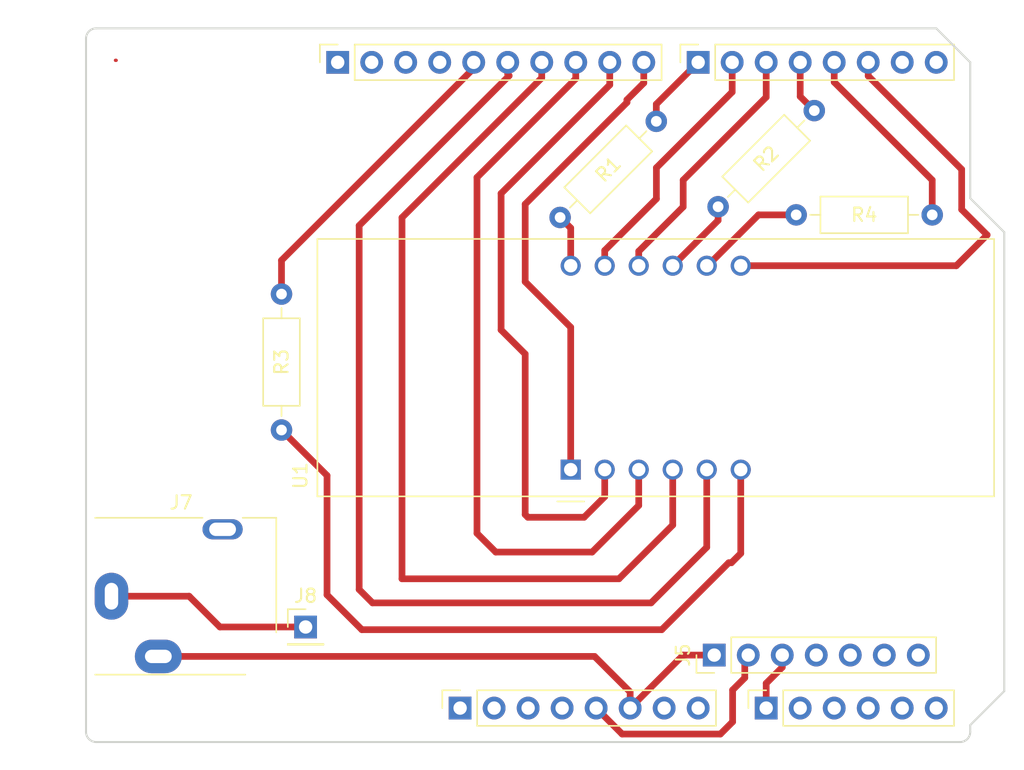
<source format=kicad_pcb>
(kicad_pcb (version 20240108) (generator "pcbnew") (generator_version "8.0")
  (title_block (date "mar. 31 mars 2015"))
  (layers (0 "F.Cu" signal) (31 "B.Cu" signal) (34 "B.Paste" user) (35 "F.Paste" user) (36 "B.SilkS" user "B.Silkscreen") (37 "F.SilkS" user "F.Silkscreen") (38 "B.Mask" user) (39 "F.Mask" user) (44 "Edge.Cuts" user))
  (net 0 "")
  (net 1 "GND")
  (net 3 "+5V")
  (net 4 "/IOREF")
  (net 5 "/A0")
  (net 6 "/A1")
  (net 7 "/A2")
  (net 8 "/A3")
  (net 9 "/SDA{slash}A4")
  (net 10 "/SCL{slash}A5")
  (net 11 "/13")
  (net 12 "/12")
  (net 13 "/AREF")
  (net 14 "/8")
  (net 15 "/7")
  (net 16 "/*11")
  (net 17 "/*10")
  (net 18 "/*9")
  (net 19 "/4")
  (net 20 "/2")
  (net 21 "/*6")
  (net 22 "/*5")
  (net 23 "/TX{slash}1")
  (net 24 "/*3")
  (net 25 "/RX{slash}0")
  (net 26 "+3V3")
  (net 27 "VCC")
  (net 28 "/~{RESET}")
  (net 33 "Net-(U1-CC1)")
  (net 34 "Net-(U1-CC3)")
  (net 35 "Net-(U1-CC2)")
  (net 36 "Net-(U1-CC4)")
  (net 37 "Net-(J8-Pin_1)")
  (footprint "Connector_PinSocket_2.54mm:PinSocket_1x08_P2.54mm_Vertical" (layer "F.Cu") (at 127.94 97.46 90)
    (property "Reference" "J1" (hide yes))
    (property "Value" "Power")
    (fp_line (start 1.33 -1.33) (end 1.33 0) (stroke (width 0.12)) (layer "F.SilkS"))
    (fp_line (start 0 -1.33) (end 1.33 -1.33) (stroke (width 0.12)) (layer "F.SilkS"))
    (fp_line (start 1.33 1.27) (end 1.33 19.11) (stroke (width 0.12)) (layer "F.SilkS"))
    (fp_line (start -1.33 1.27) (end 1.33 1.27) (stroke (width 0.12)) (layer "F.SilkS"))
    (fp_line (start -1.33 1.27) (end -1.33 19.11) (stroke (width 0.12)) (layer "F.SilkS"))
    (fp_line (start -1.33 19.11) (end 1.33 19.11) (stroke (width 0.12)) (layer "F.SilkS"))
    (pad "1" thru_hole rect (at 0 0 90) (size 1.7 1.7) (drill 1) (layers "*.Cu" "*.Mask"))
    (pad "2" thru_hole oval (at 0 2.54 90) (size 1.7 1.7) (drill 1) (layers "*.Cu" "*.Mask") (net 4 "/IOREF"))
    (pad "3" thru_hole oval (at 0 5.08 90) (size 1.7 1.7) (drill 1) (layers "*.Cu" "*.Mask") (net 28 "/~{RESET}"))
    (pad "4" thru_hole oval (at 0 7.62 90) (size 1.7 1.7) (drill 1) (layers "*.Cu" "*.Mask") (net 26 "+3V3"))
    (pad "5" thru_hole oval (at 0 10.16 90) (size 1.7 1.7) (drill 1) (layers "*.Cu" "*.Mask") (net 3 "+5V"))
    (pad "6" thru_hole oval (at 0 12.7 90) (size 1.7 1.7) (drill 1) (layers "*.Cu" "*.Mask") (net 1 "GND"))
    (pad "7" thru_hole oval (at 0 15.24 90) (size 1.7 1.7) (drill 1) (layers "*.Cu" "*.Mask") (net 1 "GND"))
    (pad "8" thru_hole oval (at 0 17.78 90) (size 1.7 1.7) (drill 1) (layers "*.Cu" "*.Mask") (net 27 "VCC"))
  )
  (footprint "Connector_PinSocket_2.54mm:PinSocket_1x06_P2.54mm_Vertical" (layer "F.Cu") (at 150.8 97.46 90)
    (property "Reference" "J3" (hide yes))
    (property "Value" "Analog")
    (fp_line (start 1.33 -1.33) (end 1.33 0) (stroke (width 0.12)) (layer "F.SilkS"))
    (fp_line (start 0 -1.33) (end 1.33 -1.33) (stroke (width 0.12)) (layer "F.SilkS"))
    (fp_line (start 1.33 1.27) (end 1.33 14.03) (stroke (width 0.12)) (layer "F.SilkS"))
    (fp_line (start -1.33 1.27) (end 1.33 1.27) (stroke (width 0.12)) (layer "F.SilkS"))
    (fp_line (start -1.33 1.27) (end -1.33 14.03) (stroke (width 0.12)) (layer "F.SilkS"))
    (fp_line (start -1.33 14.03) (end 1.33 14.03) (stroke (width 0.12)) (layer "F.SilkS"))
    (pad "1" thru_hole rect (at 0 0 90) (size 1.7 1.7) (drill 1) (layers "*.Cu" "*.Mask") (net 5 "/A0"))
    (pad "2" thru_hole oval (at 0 2.54 90) (size 1.7 1.7) (drill 1) (layers "*.Cu" "*.Mask") (net 6 "/A1"))
    (pad "3" thru_hole oval (at 0 5.08 90) (size 1.7 1.7) (drill 1) (layers "*.Cu" "*.Mask") (net 7 "/A2"))
    (pad "4" thru_hole oval (at 0 7.62 90) (size 1.7 1.7) (drill 1) (layers "*.Cu" "*.Mask") (net 8 "/A3"))
    (pad "5" thru_hole oval (at 0 10.16 90) (size 1.7 1.7) (drill 1) (layers "*.Cu" "*.Mask") (net 9 "/SDA{slash}A4"))
    (pad "6" thru_hole oval (at 0 12.7 90) (size 1.7 1.7) (drill 1) (layers "*.Cu" "*.Mask") (net 10 "/SCL{slash}A5"))
  )
  (footprint "Connector_PinSocket_2.54mm:PinSocket_1x10_P2.54mm_Vertical" (layer "F.Cu") (at 118.796 49.2 90)
    (property "Reference" "J2" (hide yes))
    (property "Value" "Digital/PWM")
    (fp_line (start 1.33 -1.33) (end 1.33 0) (stroke (width 0.12)) (layer "F.SilkS"))
    (fp_line (start 0 -1.33) (end 1.33 -1.33) (stroke (width 0.12)) (layer "F.SilkS"))
    (fp_line (start 1.33 1.27) (end 1.33 24.19) (stroke (width 0.12)) (layer "F.SilkS"))
    (fp_line (start -1.33 1.27) (end 1.33 1.27) (stroke (width 0.12)) (layer "F.SilkS"))
    (fp_line (start -1.33 1.27) (end -1.33 24.19) (stroke (width 0.12)) (layer "F.SilkS"))
    (fp_line (start -1.33 24.19) (end 1.33 24.19) (stroke (width 0.12)) (layer "F.SilkS"))
    (pad "1" thru_hole rect (at 0 0 90) (size 1.7 1.7) (drill 1) (layers "*.Cu" "*.Mask") (net 10 "/SCL{slash}A5"))
    (pad "2" thru_hole oval (at 0 2.54 90) (size 1.7 1.7) (drill 1) (layers "*.Cu" "*.Mask") (net 9 "/SDA{slash}A4"))
    (pad "3" thru_hole oval (at 0 5.08 90) (size 1.7 1.7) (drill 1) (layers "*.Cu" "*.Mask") (net 13 "/AREF"))
    (pad "4" thru_hole oval (at 0 7.62 90) (size 1.7 1.7) (drill 1) (layers "*.Cu" "*.Mask") (net 1 "GND"))
    (pad "5" thru_hole oval (at 0 10.16 90) (size 1.7 1.7) (drill 1) (layers "*.Cu" "*.Mask") (net 11 "/13"))
    (pad "6" thru_hole oval (at 0 12.7 90) (size 1.7 1.7) (drill 1) (layers "*.Cu" "*.Mask") (net 12 "/12"))
    (pad "7" thru_hole oval (at 0 15.24 90) (size 1.7 1.7) (drill 1) (layers "*.Cu" "*.Mask") (net 16 "/*11"))
    (pad "8" thru_hole oval (at 0 17.78 90) (size 1.7 1.7) (drill 1) (layers "*.Cu" "*.Mask") (net 17 "/*10"))
    (pad "9" thru_hole oval (at 0 20.32 90) (size 1.7 1.7) (drill 1) (layers "*.Cu" "*.Mask") (net 18 "/*9"))
    (pad "10" thru_hole oval (at 0 22.86 90) (size 1.7 1.7) (drill 1) (layers "*.Cu" "*.Mask") (net 14 "/8"))
  )
  (footprint "Connector_PinSocket_2.54mm:PinSocket_1x08_P2.54mm_Vertical" (layer "F.Cu") (at 145.72 49.2 90)
    (property "Reference" "J4" (hide yes))
    (property "Value" "Digital/PWM")
    (fp_line (start 1.33 -1.33) (end 1.33 0) (stroke (width 0.12)) (layer "F.SilkS"))
    (fp_line (start 0 -1.33) (end 1.33 -1.33) (stroke (width 0.12)) (layer "F.SilkS"))
    (fp_line (start 1.33 1.27) (end 1.33 19.11) (stroke (width 0.12)) (layer "F.SilkS"))
    (fp_line (start -1.33 1.27) (end 1.33 1.27) (stroke (width 0.12)) (layer "F.SilkS"))
    (fp_line (start -1.33 1.27) (end -1.33 19.11) (stroke (width 0.12)) (layer "F.SilkS"))
    (fp_line (start -1.33 19.11) (end 1.33 19.11) (stroke (width 0.12)) (layer "F.SilkS"))
    (pad "1" thru_hole rect (at 0 0 90) (size 1.7 1.7) (drill 1) (layers "*.Cu" "*.Mask") (net 15 "/7"))
    (pad "2" thru_hole oval (at 0 2.54 90) (size 1.7 1.7) (drill 1) (layers "*.Cu" "*.Mask") (net 21 "/*6"))
    (pad "3" thru_hole oval (at 0 5.08 90) (size 1.7 1.7) (drill 1) (layers "*.Cu" "*.Mask") (net 22 "/*5"))
    (pad "4" thru_hole oval (at 0 7.62 90) (size 1.7 1.7) (drill 1) (layers "*.Cu" "*.Mask") (net 19 "/4"))
    (pad "5" thru_hole oval (at 0 10.16 90) (size 1.7 1.7) (drill 1) (layers "*.Cu" "*.Mask") (net 24 "/*3"))
    (pad "6" thru_hole oval (at 0 12.7 90) (size 1.7 1.7) (drill 1) (layers "*.Cu" "*.Mask") (net 20 "/2"))
    (pad "7" thru_hole oval (at 0 15.24 90) (size 1.7 1.7) (drill 1) (layers "*.Cu" "*.Mask") (net 23 "/TX{slash}1"))
    (pad "8" thru_hole oval (at 0 17.78 90) (size 1.7 1.7) (drill 1) (layers "*.Cu" "*.Mask") (net 25 "/RX{slash}0"))
  )
  (footprint "Resistor_THT:R_Axial_DIN0207_L6.3mm_D2.5mm_P10.16mm_Horizontal" (layer "F.Cu") (at 135.407898 60.792103 45)
    (property "Reference" "R1" (at 5.079999 0 45) (layer "F.SilkS"))
    (property "Value" "R 330")
    (fp_line (start 1.81 -1.37) (end 1.81 1.37) (stroke (width 0.12)) (layer "F.SilkS"))
    (fp_line (start 1.04 0) (end 1.81 0) (stroke (width 0.12)) (layer "F.SilkS"))
    (fp_line (start 1.81 1.37) (end 8.35 1.37) (stroke (width 0.12)) (layer "F.SilkS"))
    (fp_line (start 8.35 -1.37) (end 1.81 -1.37) (stroke (width 0.12)) (layer "F.SilkS"))
    (fp_line (start 9.12 0) (end 8.350001 0) (stroke (width 0.12)) (layer "F.SilkS"))
    (fp_line (start 8.35 1.37) (end 8.35 -1.37) (stroke (width 0.12)) (layer "F.SilkS"))
    (pad "1" thru_hole circle (at 0 0 45) (size 1.6 1.6) (drill 0.8) (layers "*.Cu" "*.Mask") (net 33 "Net-(U1-CC1)"))
    (pad "2" thru_hole oval (at 10.16 0 45) (size 1.6 1.6) (drill 0.8) (layers "*.Cu" "*.Mask") (net 15 "/7"))
  )
  (footprint "Connector_Audio:Jack_3.5mm_CUI_SJ1-3513N_Horizontal" (layer "F.Cu") (at 101.9 89.1)
    (property "Reference" "J7" (at 5.2 -7 0) (layer "F.SilkS"))
    (property "Value" "AudioJack3")
    (fp_line (start 6.8 -5.86) (end -1.2192 -5.86) (stroke (width 0.12)) (layer "F.SilkS"))
    (fp_line (start 10 5.86) (end -1.2192 5.86) (stroke (width 0.12)) (layer "F.SilkS"))
    (fp_line (start 12.31 -5.86) (end 9.8 -5.86) (stroke (width 0.12)) (layer "F.SilkS"))
    (fp_line (start 12.31 -5.86) (end 12.31 2.7) (stroke (width 0.12)) (layer "F.SilkS"))
    (pad "R" thru_hole oval (at 8.3 -5) (size 3 1.5) (drill oval 2 1) (layers "*.Cu" "*.Mask"))
    (pad "S" thru_hole oval (at 0 0 270) (size 3.5 2.5) (drill oval 2 1) (layers "*.Cu" "*.Mask") (net 37 "Net-(J8-Pin_1)"))
    (pad "T" thru_hole oval (at 3.5 4.5) (size 3.5 2.5) (drill oval 2 1) (layers "*.Cu" "*.Mask") (net 1 "GND"))
  )
  (footprint "Display_7Segment:CA56-12SEKWA" (layer "F.Cu") (at 136.2 79.64 90)
    (property "Reference" "U1" (at -0.45 -20.19 90) (layer "F.SilkS"))
    (property "Value" "CC56-12SEKWA")
    (fp_line (start -2 -18.92) (end 17.24 -18.92) (stroke (width 0.12)) (layer "F.SilkS"))
    (fp_line (start -2 -18.92) (end -2 31.62) (stroke (width 0.12)) (layer "F.SilkS"))
    (fp_line (start -2.38 -1) (end -2.38 1) (stroke (width 0.12)) (layer "F.SilkS"))
    (fp_line (start 17.24 31.62) (end 17.24 -18.92) (stroke (width 0.12)) (layer "F.SilkS"))
    (fp_line (start -2 31.62) (end 17.24 31.62) (stroke (width 0.12)) (layer "F.SilkS"))
    (pad "1" thru_hole rect (at 0 0 90) (size 1.5 1.5) (drill 1) (layers "*.Cu" "*.Mask") (net 14 "/8"))
    (pad "2" thru_hole circle (at 0 2.54 90) (size 1.5 1.5) (drill 1) (layers "*.Cu" "*.Mask") (net 18 "/*9"))
    (pad "3" thru_hole circle (at 0 5.08 90) (size 1.5 1.5) (drill 1) (layers "*.Cu" "*.Mask") (net 17 "/*10"))
    (pad "4" thru_hole circle (at 0 7.62 90) (size 1.5 1.5) (drill 1) (layers "*.Cu" "*.Mask") (net 16 "/*11"))
    (pad "5" thru_hole circle (at 0 10.16 90) (size 1.5 1.5) (drill 1) (layers "*.Cu" "*.Mask") (net 12 "/12"))
    (pad "6" thru_hole circle (at 0 12.7 90) (size 1.5 1.5) (drill 1) (layers "*.Cu" "*.Mask") (net 36 "Net-(U1-CC4)"))
    (pad "7" thru_hole circle (at 15.24 12.7 90) (size 1.5 1.5) (drill 1) (layers "*.Cu" "*.Mask") (net 20 "/2"))
    (pad "8" thru_hole circle (at 15.24 10.16 90) (size 1.5 1.5) (drill 1) (layers "*.Cu" "*.Mask") (net 34 "Net-(U1-CC3)"))
    (pad "9" thru_hole circle (at 15.24 7.62 90) (size 1.5 1.5) (drill 1) (layers "*.Cu" "*.Mask") (net 35 "Net-(U1-CC2)"))
    (pad "10" thru_hole circle (at 15.24 5.08 90) (size 1.5 1.5) (drill 1) (layers "*.Cu" "*.Mask") (net 22 "/*5"))
    (pad "11" thru_hole circle (at 15.24 2.54 90) (size 1.5 1.5) (drill 1) (layers "*.Cu" "*.Mask") (net 21 "/*6"))
    (pad "12" thru_hole circle (at 15.24 0 90) (size 1.5 1.5) (drill 1) (layers "*.Cu" "*.Mask") (net 33 "Net-(U1-CC1)"))
  )
  (footprint "Connector_PinHeader_2.54mm:PinHeader_1x01_P2.54mm_Vertical" (layer "F.Cu") (at 116.4 91.4)
    (property "Reference" "J8" (at 0 -2.33 0) (layer "F.SilkS"))
    (property "Value" "Conn_01x01_Pin")
    (fp_line (start -1.33 -1.33) (end 0 -1.33) (stroke (width 0.12)) (layer "F.SilkS"))
    (fp_line (start -1.33 0) (end -1.33 -1.33) (stroke (width 0.12)) (layer "F.SilkS"))
    (fp_line (start -1.33 1.27) (end -1.33 1.33) (stroke (width 0.12)) (layer "F.SilkS"))
    (fp_line (start -1.33 1.27) (end 1.33 1.27) (stroke (width 0.12)) (layer "F.SilkS"))
    (fp_line (start -1.33 1.33) (end 1.33 1.33) (stroke (width 0.12)) (layer "F.SilkS"))
    (fp_line (start 1.33 1.27) (end 1.33 1.33) (stroke (width 0.12)) (layer "F.SilkS"))
    (pad "1" thru_hole rect (at 0 0) (size 1.7 1.7) (drill 1) (layers "*.Cu" "*.Mask") (net 37 "Net-(J8-Pin_1)"))
  )
  (footprint "Arduino_MountingHole:MountingHole_3.2mm" (layer "F.Cu") (at 115.24 49.2)
    (property "Reference" "MH1" (hide yes))
    (property "Value" "MountingHole_3.2mm" (hide yes))
    (pad "" np_thru_hole circle (at 0 0) (size 3.2 3.2) (drill 3.2) (layers "*.Cu" "*.Mask"))
  )
  (footprint "Resistor_THT:R_Axial_DIN0207_L6.3mm_D2.5mm_P10.16mm_Horizontal" (layer "F.Cu") (at 153.04 60.6)
    (property "Reference" "R4" (at 5.08 0 0) (layer "F.SilkS"))
    (property "Value" "R 330")
    (fp_line (start 1.04 0) (end 1.81 0) (stroke (width 0.12)) (layer "F.SilkS"))
    (fp_line (start 1.81 -1.37) (end 1.81 1.37) (stroke (width 0.12)) (layer "F.SilkS"))
    (fp_line (start 1.81 1.37) (end 8.35 1.37) (stroke (width 0.12)) (layer "F.SilkS"))
    (fp_line (start 8.35 -1.37) (end 1.81 -1.37) (stroke (width 0.12)) (layer "F.SilkS"))
    (fp_line (start 8.35 1.37) (end 8.35 -1.37) (stroke (width 0.12)) (layer "F.SilkS"))
    (fp_line (start 9.12 0) (end 8.35 0) (stroke (width 0.12)) (layer "F.SilkS"))
    (pad "1" thru_hole circle (at 0 0) (size 1.6 1.6) (drill 0.8) (layers "*.Cu" "*.Mask") (net 34 "Net-(U1-CC3)"))
    (pad "2" thru_hole oval (at 10.16 0) (size 1.6 1.6) (drill 0.8) (layers "*.Cu" "*.Mask") (net 24 "/*3"))
  )
  (footprint "Arduino_MountingHole:MountingHole_3.2mm" (layer "F.Cu") (at 113.97 97.46)
    (property "Reference" "MH2" (hide yes))
    (property "Value" "MountingHole_3.2mm" (hide yes))
    (pad "" np_thru_hole circle (at 0 0) (size 3.2 3.2) (drill 3.2) (layers "*.Cu" "*.Mask"))
  )
  (footprint "Resistor_THT:R_Axial_DIN0207_L6.3mm_D2.5mm_P10.16mm_Horizontal" (layer "F.Cu") (at 147.207898 59.992103 45)
    (property "Reference" "R2" (at 5.079999 0 45) (layer "F.SilkS"))
    (property "Value" "R 330")
    (fp_line (start 1.81 -1.37) (end 1.81 1.37) (stroke (width 0.12)) (layer "F.SilkS"))
    (fp_line (start 1.04 0) (end 1.81 0) (stroke (width 0.12)) (layer "F.SilkS"))
    (fp_line (start 1.81 1.37) (end 8.35 1.37) (stroke (width 0.12)) (layer "F.SilkS"))
    (fp_line (start 8.35 -1.37) (end 1.81 -1.37) (stroke (width 0.12)) (layer "F.SilkS"))
    (fp_line (start 9.12 0) (end 8.350001 0) (stroke (width 0.12)) (layer "F.SilkS"))
    (fp_line (start 8.35 1.37) (end 8.35 -1.37) (stroke (width 0.12)) (layer "F.SilkS"))
    (pad "1" thru_hole circle (at 0 0 45) (size 1.6 1.6) (drill 0.8) (layers "*.Cu" "*.Mask") (net 35 "Net-(U1-CC2)"))
    (pad "2" thru_hole oval (at 10.16 0 45) (size 1.6 1.6) (drill 0.8) (layers "*.Cu" "*.Mask") (net 19 "/4"))
  )
  (footprint "Resistor_THT:R_Axial_DIN0207_L6.3mm_D2.5mm_P10.16mm_Horizontal" (layer "F.Cu") (at 114.6 76.68 90)
    (property "Reference" "R3" (at 5.08 0 90) (layer "F.SilkS"))
    (property "Value" "R 330")
    (fp_line (start 8.35 -1.37) (end 1.81 -1.37) (stroke (width 0.12)) (layer "F.SilkS"))
    (fp_line (start 1.81 -1.37) (end 1.81 1.37) (stroke (width 0.12)) (layer "F.SilkS"))
    (fp_line (start 9.12 0) (end 8.35 0) (stroke (width 0.12)) (layer "F.SilkS"))
    (fp_line (start 1.04 0) (end 1.81 0) (stroke (width 0.12)) (layer "F.SilkS"))
    (fp_line (start 8.35 1.37) (end 8.35 -1.37) (stroke (width 0.12)) (layer "F.SilkS"))
    (fp_line (start 1.81 1.37) (end 8.35 1.37) (stroke (width 0.12)) (layer "F.SilkS"))
    (pad "1" thru_hole circle (at 0 0 90) (size 1.6 1.6) (drill 0.8) (layers "*.Cu" "*.Mask") (net 36 "Net-(U1-CC4)"))
    (pad "2" thru_hole oval (at 10.16 0 90) (size 1.6 1.6) (drill 0.8) (layers "*.Cu" "*.Mask") (net 11 "/13"))
  )
  (footprint "Connector_PinHeader_2.54mm:PinHeader_1x07_P2.54mm_Vertical" (layer "F.Cu") (at 146.92 93.5 90)
    (property "Reference" "J5" (at 0 -2.33 90) (layer "F.SilkS"))
    (property "Value" "Conn_01x07_Pin")
    (fp_line (start -1.33 -1.33) (end 0 -1.33) (stroke (width 0.12)) (layer "F.SilkS"))
    (fp_line (start -1.33 0) (end -1.33 -1.33) (stroke (width 0.12)) (layer "F.SilkS"))
    (fp_line (start 1.33 1.27) (end 1.33 16.57) (stroke (width 0.12)) (layer "F.SilkS"))
    (fp_line (start -1.33 1.27) (end 1.33 1.27) (stroke (width 0.12)) (layer "F.SilkS"))
    (fp_line (start -1.33 1.27) (end -1.33 16.57) (stroke (width 0.12)) (layer "F.SilkS"))
    (fp_line (start -1.33 16.57) (end 1.33 16.57) (stroke (width 0.12)) (layer "F.SilkS"))
    (pad "1" thru_hole rect (at 0 0 90) (size 1.7 1.7) (drill 1) (layers "*.Cu" "*.Mask") (net 1 "GND"))
    (pad "2" thru_hole oval (at 0 2.54 90) (size 1.7 1.7) (drill 1) (layers "*.Cu" "*.Mask") (net 3 "+5V"))
    (pad "3" thru_hole oval (at 0 5.08 90) (size 1.7 1.7) (drill 1) (layers "*.Cu" "*.Mask") (net 5 "/A0"))
    (pad "4" thru_hole oval (at 0 7.62 90) (size 1.7 1.7) (drill 1) (layers "*.Cu" "*.Mask"))
    (pad "5" thru_hole oval (at 0 10.16 90) (size 1.7 1.7) (drill 1) (layers "*.Cu" "*.Mask"))
    (pad "6" thru_hole oval (at 0 12.7 90) (size 1.7 1.7) (drill 1) (layers "*.Cu" "*.Mask"))
    (pad "7" thru_hole oval (at 0 15.24 90) (size 1.7 1.7) (drill 1) (layers "*.Cu" "*.Mask"))
  )
  (gr_line (start 166.04 59.36) (end 168.58 61.9) (stroke (width 0.15)) (layer "Edge.Cuts"))
  (gr_line (start 100 99.238) (end 100 47.422) (stroke (width 0.15)) (layer "Edge.Cuts"))
  (gr_line (start 168.58 61.9) (end 168.58 96.19) (stroke (width 0.15)) (layer "Edge.Cuts"))
  (gr_line (start 165.278 100) (end 100.762 100) (stroke (width 0.15)) (layer "Edge.Cuts"))
  (gr_line (start 100.762 46.66) (end 163.5 46.66) (stroke (width 0.15)) (layer "Edge.Cuts"))
  (gr_arc (start 100.762 100) (mid 100.223185 99.776815) (end 100 99.238) (stroke (width 0.15)) (layer "Edge.Cuts"))
  (gr_line (start 168.58 96.19) (end 166.04 98.73) (stroke (width 0.15)) (layer "Edge.Cuts"))
  (gr_line (start 163.5 46.66) (end 166.04 49.2) (stroke (width 0.15)) (layer "Edge.Cuts"))
  (gr_arc (start 166.04 99.238) (mid 165.816815 99.776815) (end 165.278 100) (stroke (width 0.15)) (layer "Edge.Cuts"))
  (gr_line (start 166.04 49.2) (end 166.04 59.36) (stroke (width 0.15)) (layer "Edge.Cuts"))
  (gr_line (start 166.04 98.73) (end 166.04 99.238) (stroke (width 0.15)) (layer "Edge.Cuts"))
  (gr_arc (start 100 47.422) (mid 100.223185 46.883185) (end 100.762 46.66) (stroke (width 0.15)) (layer "Edge.Cuts"))
  (segment (start 146.92 93.5) (end 147 93.5) (width 0.25) (layer "F.Cu") (net 1))
  (segment (start 140.64 96.257919) (end 140.64 97.46) (width 0.5) (layer "F.Cu") (net 1))
  (segment (start 147 93.5) (end 147 93.64) (width 0.25) (layer "F.Cu") (net 1))
  (segment (start 137.982081 93.6) (end 140.64 96.257919) (width 0.5) (layer "F.Cu") (net 1))
  (segment (start 105.4 93.6) (end 137.982081 93.6) (width 0.5) (layer "F.Cu") (net 1))
  (segment (start 144.6 93.5) (end 140.64 97.46) (width 0.5) (layer "F.Cu") (net 1))
  (segment (start 146.92 93.5) (end 144.6 93.5) (width 0.5) (layer "F.Cu") (net 1))
  (segment (start 149.2 95.2) (end 149.2 93.76) (width 0.5) (layer "F.Cu") (net 3))
  (segment (start 147.379874 99.4) (end 148.291469 98.488405) (width 0.5) (layer "F.Cu") (net 3))
  (segment (start 138.1 97.46) (end 138.04 97.46) (width 0.25) (layer "F.Cu") (net 3))
  (segment (start 148.291469 96.108531) (end 149.2 95.2) (width 0.5) (layer "F.Cu") (net 3))
  (segment (start 138.04 97.46) (end 138 97.5) (width 0.25) (layer "F.Cu") (net 3))
  (segment (start 140.04 99.4) (end 147.379874 99.4) (width 0.5) (layer "F.Cu") (net 3))
  (segment (start 148.291469 98.488405) (end 148.291469 96.108531) (width 0.5) (layer "F.Cu") (net 3))
  (segment (start 138.1 97.46) (end 140.04 99.4) (width 0.5) (layer "F.Cu") (net 3))
  (segment (start 149.2 93.76) (end 149.46 93.5) (width 0.5) (layer "F.Cu") (net 3))
  (segment (start 150.8 97.46) (end 150.8 95.61) (width 0.5) (layer "F.Cu") (net 5))
  (segment (start 150.8 95.61) (end 152 94.41) (width 0.5) (layer "F.Cu") (net 5))
  (segment (start 152 94.41) (end 152 93.5) (width 0.5) (layer "F.Cu") (net 5))
  (segment (start 128.956 49.644) (end 128.956 49.2) (width 0.5) (layer "F.Cu") (net 11))
  (segment (start 114.6 66.52) (end 114.6 64) (width 0.5) (layer "F.Cu") (net 11))
  (segment (start 114.6 64) (end 128.956 49.644) (width 0.5) (layer "F.Cu") (net 11))
  (segment (start 131.496 50.096) (end 131.496 49.2) (width 0.5) (layer "F.Cu") (net 12))
  (segment (start 120.4 61.4) (end 131.6 50.2) (width 0.5) (layer "F.Cu") (net 12))
  (segment (start 142.2 89.6) (end 121.4 89.6) (width 0.5) (layer "F.Cu") (net 12))
  (segment (start 146.36 85.44) (end 142.2 89.6) (width 0.5) (layer "F.Cu") (net 12))
  (segment (start 146.36 79.64) (end 146.36 85.44) (width 0.5) (layer "F.Cu") (net 12))
  (segment (start 131.6 50.2) (end 131.496 50.096) (width 0.5) (layer "F.Cu") (net 12))
  (segment (start 121.4 89.6) (end 120.4 88.6) (width 0.5) (layer "F.Cu") (net 12))
  (segment (start 120.4 88.6) (end 120.4 61.4) (width 0.5) (layer "F.Cu") (net 12))
  (segment (start 132.8 59.8) (end 140.4 52.2) (width 0.5) (layer "F.Cu") (net 14))
  (segment (start 141.656 50.744) (end 141.656 49.2) (width 0.5) (layer "F.Cu") (net 14))
  (segment (start 140.4 52.2) (end 140.4 52) (width 0.5) (layer "F.Cu") (net 14))
  (segment (start 132.8 65.6) (end 132.8 59.8) (width 0.5) (layer "F.Cu") (net 14))
  (segment (start 140.4 52) (end 141.656 50.744) (width 0.5) (layer "F.Cu") (net 14))
  (segment (start 136.04 79.64) (end 136.2 79.64) (width 1) (layer "F.Cu") (net 14))
  (segment (start 136.2 69) (end 132.8 65.6) (width 0.5) (layer "F.Cu") (net 14))
  (segment (start 136.04 79.64) (end 136 79.6) (width 1) (layer "F.Cu") (net 14))
  (segment (start 136.2 79.64) (end 136.2 69) (width 0.5) (layer "F.Cu") (net 14))
  (segment (start 142.592103 53.607898) (end 142.592103 52.327897) (width 0.5) (layer "F.Cu") (net 15))
  (segment (start 142.592103 52.327897) (end 145.72 49.2) (width 0.5) (layer "F.Cu") (net 15))
  (segment (start 143.82 83.78) (end 139.8 87.8) (width 0.5) (layer "F.Cu") (net 16))
  (segment (start 143.82 79.64) (end 143.82 83.78) (width 0.5) (layer "F.Cu") (net 16))
  (segment (start 139.8 87.8) (end 123.6 87.8) (width 0.5) (layer "F.Cu") (net 16))
  (segment (start 123.6 60.8) (end 134.036 50.364) (width 0.5) (layer "F.Cu") (net 16))
  (segment (start 134.036 50.364) (end 134.036 49.2) (width 0.5) (layer "F.Cu") (net 16))
  (segment (start 123.6 87.8) (end 123.6 60.8) (width 0.5) (layer "F.Cu") (net 16))
  (segment (start 136.576 50.424) (end 136.576 49.2) (width 0.5) (layer "F.Cu") (net 17))
  (segment (start 141.28 79.64) (end 141.28 82.32) (width 0.5) (layer "F.Cu") (net 17))
  (segment (start 141.28 82.32) (end 137.8 85.8) (width 0.5) (layer "F.Cu") (net 17))
  (segment (start 130.6 85.8) (end 129.2 84.4) (width 0.5) (layer "F.Cu") (net 17))
  (segment (start 129.2 84.4) (end 129.2 57.8) (width 0.5) (layer "F.Cu") (net 17))
  (segment (start 129.2 57.8) (end 136.576 50.424) (width 0.5) (layer "F.Cu") (net 17))
  (segment (start 137.8 85.8) (end 130.6 85.8) (width 0.5) (layer "F.Cu") (net 17))
  (segment (start 131 59) (end 139.116 50.884) (width 0.5) (layer "F.Cu") (net 18))
  (segment (start 138.74 79.64) (end 138.74 81.66) (width 0.5) (layer "F.Cu") (net 18))
  (segment (start 133 83.2) (end 132.8 83) (width 0.5) (layer "F.Cu") (net 18))
  (segment (start 137.2 83.2) (end 133 83.2) (width 0.5) (layer "F.Cu") (net 18))
  (segment (start 132.8 71) (end 131 69.2) (width 0.5) (layer "F.Cu") (net 18))
  (segment (start 139.116 50.884) (end 139.116 49.2) (width 0.5) (layer "F.Cu") (net 18))
  (segment (start 138.74 81.66) (end 137.2 83.2) (width 0.5) (layer "F.Cu") (net 18))
  (segment (start 132.8 83) (end 132.8 71) (width 0.5) (layer "F.Cu") (net 18))
  (segment (start 131 69.2) (end 131 59) (width 0.5) (layer "F.Cu") (net 18))
  (segment (start 154.392103 52.807898) (end 153.34 51.755795) (width 0.5) (layer "F.Cu") (net 19))
  (segment (start 153.34 51.755795) (end 153.34 49.2) (width 0.5) (layer "F.Cu") (net 19))
  (segment (start 148.9 64.4) (end 165 64.4) (width 0.5) (layer "F.Cu") (net 20))
  (segment (start 165.4 60.2) (end 165.4 57.2) (width 0.5) (layer "F.Cu") (net 20))
  (segment (start 165 64.4) (end 167.3 62.1) (width 0.5) (layer "F.Cu") (net 20))
  (segment (start 165.4 57.2) (end 158.42 50.22) (width 0.5) (layer "F.Cu") (net 20))
  (segment (start 158.42 50.22) (end 158.42 49.2) (width 0.5) (layer "F.Cu") (net 20))
  (segment (start 167.3 62.1) (end 165.4 60.2) (width 0.5) (layer "F.Cu") (net 20))
  (segment (start 142.6 57.07868) (end 148.26 51.41868) (width 0.5) (layer "F.Cu") (net 21))
  (segment (start 138.74 63.26) (end 142.6 59.4) (width 0.5) (layer "F.Cu") (net 21))
  (segment (start 142.6 59.4) (end 142.6 57.07868) (width 0.5) (layer "F.Cu") (net 21))
  (segment (start 138.74 64.4) (end 138.74 63.26) (width 0.5) (layer "F.Cu") (net 21))
  (segment (start 148.26 51.41868) (end 148.26 49.2) (width 0.5) (layer "F.Cu") (net 21))
  (segment (start 150.8 51.8) (end 150.8 49.2) (width 0.5) (layer "F.Cu") (net 22))
  (segment (start 144.6 60) (end 144.6 58) (width 0.5) (layer "F.Cu") (net 22))
  (segment (start 141.28 64.4) (end 141.28 63.32) (width 0.5) (layer "F.Cu") (net 22))
  (segment (start 141.28 63.32) (end 144.6 60) (width 0.5) (layer "F.Cu") (net 22))
  (segment (start 141.28 64.4) (end 141.4 64.4) (width 1) (layer "F.Cu") (net 22))
  (segment (start 144.6 58) (end 150.8 51.8) (width 0.5) (layer "F.Cu") (net 22))
  (segment (start 155.88 50.68) (end 155.88 49.2) (width 0.5) (layer "F.Cu") (net 24))
  (segment (start 163.2 60.6) (end 163.2 58) (width 0.5) (layer "F.Cu") (net 24))
  (segment (start 163.2 58) (end 155.88 50.68) (width 0.5) (layer "F.Cu") (net 24))
  (segment (start 145.54 97.46) (end 145.5 97.5) (width 0.25) (layer "F.Cu") (net 27))
  (segment (start 145.72 97.46) (end 145.54 97.46) (width 0.25) (layer "F.Cu") (net 27))
  (segment (start 136.2 64.4) (end 136.2 61.584205) (width 0.5) (layer "F.Cu") (net 33))
  (segment (start 102.2 49.05) (end 102.25 49.05) (width 0.25) (layer "F.Cu") (net 33))
  (segment (start 136.2 61.584205) (end 135.407898 60.792103) (width 0.5) (layer "F.Cu") (net 33))
  (segment (start 146.36 64.4) (end 146.36 64.56) (width 0.5) (layer "F.Cu") (net 34))
  (segment (start 150.225126 60.6) (end 153.04 60.6) (width 0.5) (layer "F.Cu") (net 34))
  (segment (start 146.4 64.425126) (end 150.225126 60.6) (width 0.5) (layer "F.Cu") (net 34))
  (segment (start 146.36 64.56) (end 146.4 64.6) (width 0.5) (layer "F.Cu") (net 34))
  (segment (start 146.4 64.6) (end 146.4 64.425126) (width 0.5) (layer "F.Cu") (net 34))
  (segment (start 147.207898 61.012102) (end 147.207898 59.992103) (width 0.5) (layer "F.Cu") (net 35))
  (segment (start 143.82 64.4) (end 147.207898 61.012102) (width 0.5) (layer "F.Cu") (net 35))
  (segment (start 143 91.6) (end 148 86.6) (width 0.5) (layer "F.Cu") (net 36))
  (segment (start 118 89) (end 120.6 91.6) (width 0.5) (layer "F.Cu") (net 36))
  (segment (start 148.2 86.6) (end 148.9 85.9) (width 0.5) (layer "F.Cu") (net 36))
  (segment (start 148.9 85.9) (end 148.9 79.64) (width 0.5) (layer "F.Cu") (net 36))
  (segment (start 114.6 76.68) (end 118 80.08) (width 0.5) (layer "F.Cu") (net 36))
  (segment (start 118 80.08) (end 118 89) (width 0.5) (layer "F.Cu") (net 36))
  (segment (start 120.6 91.6) (end 143 91.6) (width 0.5) (layer "F.Cu") (net 36))
  (segment (start 148 86.6) (end 148.2 86.6) (width 0.5) (layer "F.Cu") (net 36))
  (segment (start 107.7 89.1) (end 101.9 89.1) (width 0.5) (layer "F.Cu") (net 37))
  (segment (start 110 91.4) (end 107.7 89.1) (width 0.5) (layer "F.Cu") (net 37))
  (segment (start 116.4 91.4) (end 110 91.4) (width 0.5) (layer "F.Cu") (net 37))
)
</source>
